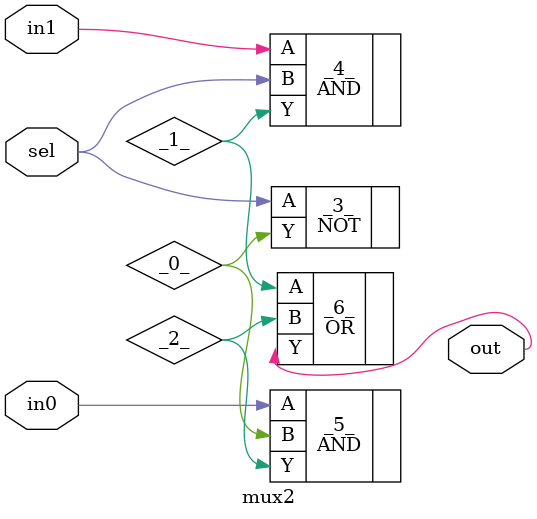
<source format=v>
/* Generated by Yosys 0.41+83 (git sha1 7045cf509, x86_64-w64-mingw32-g++ 13.2.1 -Os) */

/* cells_not_processed =  1  */
/* src = "mux2.v:2.1-7.10" */
module mux2(in0, in1, sel, out);
  wire _0_;
  wire _1_;
  wire _2_;
  /* src = "mux2.v:2.20-2.23" */
  input in0;
  wire in0;
  /* src = "mux2.v:2.25-2.28" */
  input in1;
  wire in1;
  /* src = "mux2.v:3.28-3.31" */
  output out;
  wire out;
  /* src = "mux2.v:2.30-2.33" */
  input sel;
  wire sel;
  NOT _3_ (
    .A(sel),
    .Y(_0_)
  );
  AND _4_ (
    .A(in1),
    .B(sel),
    .Y(_1_)
  );
  AND _5_ (
    .A(in0),
    .B(_0_),
    .Y(_2_)
  );
  OR _6_ (
    .A(_1_),
    .B(_2_),
    .Y(out)
  );
endmodule

</source>
